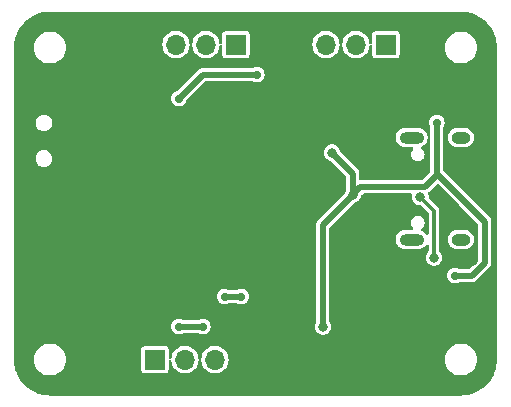
<source format=gbr>
%TF.GenerationSoftware,KiCad,Pcbnew,7.0.7*%
%TF.CreationDate,2023-12-23T18:12:19-05:00*%
%TF.ProjectId,stm32f1,73746d33-3266-4312-9e6b-696361645f70,rev?*%
%TF.SameCoordinates,Original*%
%TF.FileFunction,Copper,L2,Bot*%
%TF.FilePolarity,Positive*%
%FSLAX46Y46*%
G04 Gerber Fmt 4.6, Leading zero omitted, Abs format (unit mm)*
G04 Created by KiCad (PCBNEW 7.0.7) date 2023-12-23 18:12:19*
%MOMM*%
%LPD*%
G01*
G04 APERTURE LIST*
%TA.AperFunction,ComponentPad*%
%ADD10R,1.700000X1.700000*%
%TD*%
%TA.AperFunction,ComponentPad*%
%ADD11O,1.700000X1.700000*%
%TD*%
%TA.AperFunction,ComponentPad*%
%ADD12O,2.100000X1.000000*%
%TD*%
%TA.AperFunction,ComponentPad*%
%ADD13O,1.600000X1.000000*%
%TD*%
%TA.AperFunction,ViaPad*%
%ADD14C,0.800000*%
%TD*%
%TA.AperFunction,ViaPad*%
%ADD15C,0.700000*%
%TD*%
%TA.AperFunction,Conductor*%
%ADD16C,0.500000*%
%TD*%
%TA.AperFunction,Conductor*%
%ADD17C,0.300000*%
%TD*%
G04 APERTURE END LIST*
D10*
%TO.P,J2,1,Pin_1*%
%TO.N,+3.3V*%
X67056000Y-55118000D03*
D11*
%TO.P,J2,2,Pin_2*%
%TO.N,/SWDIO*%
X64516000Y-55118000D03*
%TO.P,J2,3,Pin_3*%
%TO.N,/SWCLK*%
X61976000Y-55118000D03*
%TO.P,J2,4,Pin_4*%
%TO.N,GND*%
X59436000Y-55118000D03*
%TD*%
D10*
%TO.P,J4,1,Pin_1*%
%TO.N,+3.3V*%
X47498000Y-81788000D03*
D11*
%TO.P,J4,2,Pin_2*%
%TO.N,/I2C2_SCL*%
X50038000Y-81788000D03*
%TO.P,J4,3,Pin_3*%
%TO.N,/I2C2_SDA*%
X52578000Y-81788000D03*
%TO.P,J4,4,Pin_4*%
%TO.N,GND*%
X55118000Y-81788000D03*
%TD*%
D10*
%TO.P,J3,1,Pin_1*%
%TO.N,+3.3V*%
X54356000Y-55118000D03*
D11*
%TO.P,J3,2,Pin_2*%
%TO.N,/USART1_TX*%
X51816000Y-55118000D03*
%TO.P,J3,3,Pin_3*%
%TO.N,/USART1_RX*%
X49276000Y-55118000D03*
%TO.P,J3,4,Pin_4*%
%TO.N,GND*%
X46736000Y-55118000D03*
%TD*%
D12*
%TO.P,J1,S1,SHIELD*%
%TO.N,Net-(J1-SHIELD)*%
X69226000Y-71632000D03*
D13*
X73406000Y-71632000D03*
D12*
X69226000Y-62992000D03*
D13*
X73406000Y-62992000D03*
%TD*%
D14*
%TO.N,+3.3V*%
X61722000Y-78994000D03*
D15*
X71374000Y-61722000D03*
X53402500Y-76454000D03*
X56134000Y-57658000D03*
X51562000Y-78994000D03*
X72898000Y-74676000D03*
D14*
X62484000Y-64262000D03*
D15*
X49530000Y-78994000D03*
D14*
X64262000Y-67818000D03*
D15*
X49530000Y-59690000D03*
X54801500Y-76454000D03*
D14*
%TO.N,GND*%
X65786000Y-62230000D03*
X46990000Y-70866000D03*
X53594000Y-73152000D03*
X46228000Y-67310000D03*
D15*
X43688000Y-64008000D03*
D14*
X51689000Y-68072000D03*
D15*
X64262000Y-73914000D03*
D14*
X70993000Y-74930000D03*
X47498000Y-63754000D03*
D15*
X42926000Y-69088000D03*
D14*
X74422000Y-73406000D03*
X61214000Y-65278000D03*
X40386000Y-59690000D03*
X56642000Y-70104000D03*
X46990000Y-74422000D03*
D15*
X64262000Y-72898000D03*
X64008000Y-77597000D03*
X68072000Y-76200000D03*
D14*
X66548000Y-70612000D03*
X46228000Y-65024000D03*
%TO.N,Net-(J1-CC1)*%
X71120000Y-73152000D03*
X69978405Y-68029550D03*
%TD*%
D16*
%TO.N,+3.3V*%
X64262000Y-67818000D02*
X61722000Y-70358000D01*
X71374000Y-66040000D02*
X75438000Y-70104000D01*
X61722000Y-70358000D02*
X61722000Y-78994000D01*
X62484000Y-64262000D02*
X64262000Y-66040000D01*
X51562000Y-57658000D02*
X49530000Y-59690000D01*
X74354082Y-74676000D02*
X72898000Y-74676000D01*
X75438000Y-70104000D02*
X75438000Y-73592082D01*
X64262000Y-66040000D02*
X64262000Y-67818000D01*
X56134000Y-57658000D02*
X51562000Y-57658000D01*
X64900450Y-67179550D02*
X64262000Y-67818000D01*
X53402500Y-76454000D02*
X54801500Y-76454000D01*
X71374000Y-61722000D02*
X71374000Y-66040000D01*
X71374000Y-66148363D02*
X70342813Y-67179550D01*
X70342813Y-67179550D02*
X64900450Y-67179550D01*
X51562000Y-78994000D02*
X49530000Y-78994000D01*
X71374000Y-61722000D02*
X71374000Y-66148363D01*
X75438000Y-73592082D02*
X74354082Y-74676000D01*
D17*
%TO.N,Net-(J1-CC1)*%
X71120000Y-69171145D02*
X69978405Y-68029550D01*
X71120000Y-73152000D02*
X71120000Y-69171145D01*
%TD*%
%TA.AperFunction,Conductor*%
%TO.N,GND*%
G36*
X73407620Y-52324584D02*
G01*
X73539458Y-52331494D01*
X73728228Y-52342095D01*
X73734412Y-52342757D01*
X73823709Y-52356900D01*
X73888521Y-52367166D01*
X74036158Y-52392249D01*
X74054513Y-52395368D01*
X74060168Y-52396603D01*
X74215035Y-52438099D01*
X74304623Y-52463910D01*
X74373084Y-52483634D01*
X74378139Y-52485328D01*
X74529608Y-52543471D01*
X74680233Y-52605863D01*
X74684604Y-52607879D01*
X74830154Y-52682041D01*
X74972272Y-52760587D01*
X74976015Y-52762833D01*
X75113610Y-52852188D01*
X75245869Y-52946031D01*
X75248986Y-52948395D01*
X75375681Y-53050990D01*
X75377934Y-53052908D01*
X75497808Y-53160034D01*
X75500312Y-53162402D01*
X75615596Y-53277686D01*
X75617967Y-53280193D01*
X75725085Y-53400058D01*
X75727024Y-53402336D01*
X75829591Y-53528996D01*
X75831973Y-53532137D01*
X75925814Y-53664392D01*
X76015156Y-53801968D01*
X76017414Y-53805731D01*
X76095963Y-53947854D01*
X76170115Y-54093386D01*
X76172154Y-54097809D01*
X76234538Y-54248418D01*
X76292669Y-54399858D01*
X76294364Y-54404914D01*
X76339907Y-54562990D01*
X76381393Y-54717822D01*
X76382630Y-54723486D01*
X76410833Y-54889478D01*
X76435238Y-55043558D01*
X76435904Y-55049785D01*
X76446509Y-55238625D01*
X76453415Y-55370377D01*
X76453500Y-55373623D01*
X76453500Y-81786376D01*
X76453415Y-81789622D01*
X76446509Y-81921374D01*
X76435904Y-82110213D01*
X76435238Y-82116440D01*
X76410833Y-82270521D01*
X76382630Y-82436512D01*
X76381393Y-82442176D01*
X76339907Y-82597009D01*
X76294364Y-82755084D01*
X76292669Y-82760140D01*
X76234538Y-82911581D01*
X76172154Y-83062189D01*
X76170115Y-83066612D01*
X76095963Y-83212145D01*
X76017416Y-83354264D01*
X76015149Y-83358042D01*
X75925817Y-83495602D01*
X75831973Y-83627861D01*
X75829591Y-83631002D01*
X75727024Y-83757662D01*
X75725070Y-83759958D01*
X75617986Y-83879785D01*
X75615596Y-83882312D01*
X75500312Y-83997596D01*
X75497785Y-83999986D01*
X75377958Y-84107070D01*
X75375662Y-84109024D01*
X75249002Y-84211591D01*
X75245861Y-84213973D01*
X75113602Y-84307817D01*
X74976042Y-84397149D01*
X74972264Y-84399416D01*
X74830145Y-84477963D01*
X74684612Y-84552115D01*
X74680189Y-84554154D01*
X74529581Y-84616538D01*
X74378140Y-84674669D01*
X74373084Y-84676364D01*
X74215009Y-84721907D01*
X74060176Y-84763393D01*
X74054512Y-84764630D01*
X73888521Y-84792833D01*
X73734440Y-84817238D01*
X73728213Y-84817904D01*
X73539374Y-84828509D01*
X73407622Y-84835415D01*
X73404376Y-84835500D01*
X38609624Y-84835500D01*
X38606379Y-84835415D01*
X38474625Y-84828509D01*
X38285785Y-84817904D01*
X38279558Y-84817238D01*
X38125478Y-84792833D01*
X37959486Y-84764630D01*
X37953822Y-84763393D01*
X37798990Y-84721907D01*
X37640914Y-84676364D01*
X37635858Y-84674669D01*
X37484418Y-84616538D01*
X37333809Y-84554154D01*
X37329386Y-84552115D01*
X37183854Y-84477963D01*
X37041734Y-84399416D01*
X37037968Y-84397156D01*
X36900392Y-84307814D01*
X36768137Y-84213973D01*
X36765004Y-84211597D01*
X36638325Y-84109015D01*
X36636058Y-84107085D01*
X36516193Y-83999967D01*
X36513686Y-83997596D01*
X36398402Y-83882312D01*
X36396034Y-83879808D01*
X36288908Y-83759934D01*
X36286990Y-83757681D01*
X36184395Y-83630986D01*
X36182025Y-83627861D01*
X36088188Y-83495610D01*
X35998833Y-83358015D01*
X35996582Y-83354263D01*
X35918036Y-83212145D01*
X35872646Y-83123063D01*
X35843879Y-83066604D01*
X35841863Y-83062233D01*
X35779461Y-82911581D01*
X35721328Y-82760139D01*
X35719634Y-82755084D01*
X35692066Y-82659395D01*
X35674099Y-82597035D01*
X35632603Y-82442168D01*
X35631368Y-82436511D01*
X35603166Y-82270521D01*
X35592849Y-82205389D01*
X35578757Y-82116412D01*
X35578095Y-82110228D01*
X35567489Y-81921361D01*
X35564885Y-81871681D01*
X35560584Y-81789621D01*
X35560542Y-81788000D01*
X37252341Y-81788000D01*
X37272936Y-82023403D01*
X37272938Y-82023413D01*
X37334094Y-82251655D01*
X37334096Y-82251659D01*
X37334097Y-82251663D01*
X37342891Y-82270521D01*
X37433964Y-82465828D01*
X37433965Y-82465830D01*
X37569505Y-82659402D01*
X37736597Y-82826494D01*
X37930169Y-82962034D01*
X37930171Y-82962035D01*
X38144337Y-83061903D01*
X38144343Y-83061904D01*
X38144344Y-83061905D01*
X38161911Y-83066612D01*
X38372592Y-83123063D01*
X38549034Y-83138500D01*
X38666966Y-83138500D01*
X38843408Y-83123063D01*
X39071663Y-83061903D01*
X39285829Y-82962035D01*
X39479401Y-82826495D01*
X39623040Y-82682856D01*
X46347500Y-82682856D01*
X46347502Y-82682882D01*
X46350413Y-82707987D01*
X46350415Y-82707991D01*
X46395793Y-82810764D01*
X46395794Y-82810765D01*
X46475235Y-82890206D01*
X46578009Y-82935585D01*
X46603135Y-82938500D01*
X48392864Y-82938499D01*
X48392879Y-82938497D01*
X48392882Y-82938497D01*
X48417987Y-82935586D01*
X48417988Y-82935585D01*
X48417991Y-82935585D01*
X48520765Y-82890206D01*
X48600206Y-82810765D01*
X48645585Y-82707991D01*
X48648500Y-82682865D01*
X48648499Y-81944046D01*
X48668183Y-81877009D01*
X48720987Y-81831254D01*
X48790146Y-81821310D01*
X48853702Y-81850335D01*
X48891476Y-81909113D01*
X48895970Y-81932606D01*
X48902244Y-82000310D01*
X48960596Y-82205392D01*
X48960596Y-82205394D01*
X49055632Y-82396253D01*
X49108174Y-82465829D01*
X49184128Y-82566407D01*
X49341698Y-82710052D01*
X49522981Y-82822298D01*
X49721802Y-82899321D01*
X49931390Y-82938500D01*
X49931392Y-82938500D01*
X50144608Y-82938500D01*
X50144610Y-82938500D01*
X50354198Y-82899321D01*
X50553019Y-82822298D01*
X50734302Y-82710052D01*
X50891872Y-82566407D01*
X51020366Y-82396255D01*
X51020367Y-82396253D01*
X51115403Y-82205394D01*
X51115403Y-82205393D01*
X51115405Y-82205389D01*
X51173756Y-82000310D01*
X51184529Y-81884047D01*
X51210315Y-81819111D01*
X51252622Y-81788804D01*
X51361130Y-81788804D01*
X51397503Y-81809668D01*
X51429693Y-81871681D01*
X51431471Y-81884048D01*
X51442244Y-82000310D01*
X51500596Y-82205392D01*
X51500596Y-82205394D01*
X51595632Y-82396253D01*
X51648174Y-82465829D01*
X51724128Y-82566407D01*
X51881698Y-82710052D01*
X52062981Y-82822298D01*
X52261802Y-82899321D01*
X52471390Y-82938500D01*
X52471392Y-82938500D01*
X52684608Y-82938500D01*
X52684610Y-82938500D01*
X52894198Y-82899321D01*
X53093019Y-82822298D01*
X53274302Y-82710052D01*
X53431872Y-82566407D01*
X53560366Y-82396255D01*
X53560367Y-82396253D01*
X53655403Y-82205394D01*
X53655403Y-82205393D01*
X53655405Y-82205389D01*
X53713756Y-82000310D01*
X53733429Y-81788000D01*
X72050341Y-81788000D01*
X72070936Y-82023403D01*
X72070938Y-82023413D01*
X72132094Y-82251655D01*
X72132096Y-82251659D01*
X72132097Y-82251663D01*
X72140891Y-82270521D01*
X72231964Y-82465828D01*
X72231965Y-82465830D01*
X72367505Y-82659402D01*
X72534597Y-82826494D01*
X72728169Y-82962034D01*
X72728171Y-82962035D01*
X72942337Y-83061903D01*
X72942343Y-83061904D01*
X72942344Y-83061905D01*
X72959911Y-83066612D01*
X73170592Y-83123063D01*
X73347034Y-83138500D01*
X73464966Y-83138500D01*
X73641408Y-83123063D01*
X73869663Y-83061903D01*
X74083829Y-82962035D01*
X74277401Y-82826495D01*
X74444495Y-82659401D01*
X74580035Y-82465830D01*
X74679903Y-82251663D01*
X74741063Y-82023408D01*
X74761659Y-81788000D01*
X74761588Y-81787194D01*
X74743084Y-81575690D01*
X74741063Y-81552592D01*
X74679903Y-81324337D01*
X74580035Y-81110171D01*
X74580034Y-81110169D01*
X74444494Y-80916597D01*
X74277402Y-80749505D01*
X74083830Y-80613965D01*
X74083828Y-80613964D01*
X73976745Y-80564030D01*
X73869663Y-80514097D01*
X73869659Y-80514096D01*
X73869655Y-80514094D01*
X73641413Y-80452938D01*
X73641403Y-80452936D01*
X73464966Y-80437500D01*
X73347034Y-80437500D01*
X73170596Y-80452936D01*
X73170586Y-80452938D01*
X72942344Y-80514094D01*
X72942335Y-80514098D01*
X72728171Y-80613964D01*
X72728169Y-80613965D01*
X72534597Y-80749505D01*
X72367506Y-80916597D01*
X72367501Y-80916604D01*
X72231967Y-81110165D01*
X72231965Y-81110169D01*
X72132098Y-81324335D01*
X72132094Y-81324344D01*
X72070938Y-81552586D01*
X72070936Y-81552596D01*
X72050341Y-81787999D01*
X72050341Y-81788000D01*
X53733429Y-81788000D01*
X53713756Y-81575690D01*
X53655405Y-81370611D01*
X53655403Y-81370606D01*
X53655403Y-81370605D01*
X53560367Y-81179746D01*
X53431872Y-81009593D01*
X53274302Y-80865948D01*
X53093019Y-80753702D01*
X53093017Y-80753701D01*
X52993608Y-80715190D01*
X52894198Y-80676679D01*
X52684610Y-80637500D01*
X52471390Y-80637500D01*
X52261802Y-80676679D01*
X52261799Y-80676679D01*
X52261799Y-80676680D01*
X52062982Y-80753701D01*
X52062980Y-80753702D01*
X51881699Y-80865947D01*
X51724127Y-81009593D01*
X51595632Y-81179746D01*
X51500596Y-81370605D01*
X51500596Y-81370607D01*
X51442244Y-81575689D01*
X51431471Y-81691951D01*
X51405685Y-81756888D01*
X51361130Y-81788804D01*
X51252622Y-81788804D01*
X51254869Y-81787194D01*
X51218497Y-81766331D01*
X51186307Y-81704318D01*
X51184529Y-81691951D01*
X51181175Y-81655759D01*
X51173756Y-81575690D01*
X51115405Y-81370611D01*
X51115403Y-81370606D01*
X51115403Y-81370605D01*
X51020367Y-81179746D01*
X50891872Y-81009593D01*
X50734302Y-80865948D01*
X50553019Y-80753702D01*
X50553017Y-80753701D01*
X50453608Y-80715190D01*
X50354198Y-80676679D01*
X50144610Y-80637500D01*
X49931390Y-80637500D01*
X49721802Y-80676679D01*
X49721799Y-80676679D01*
X49721799Y-80676680D01*
X49522982Y-80753701D01*
X49522980Y-80753702D01*
X49341699Y-80865947D01*
X49184127Y-81009593D01*
X49055632Y-81179746D01*
X48960596Y-81370605D01*
X48960596Y-81370607D01*
X48902244Y-81575689D01*
X48895970Y-81643394D01*
X48870183Y-81708331D01*
X48813383Y-81749018D01*
X48743602Y-81752538D01*
X48682995Y-81717772D01*
X48650806Y-81655759D01*
X48648499Y-81631952D01*
X48648499Y-80893143D01*
X48648499Y-80893136D01*
X48648497Y-80893117D01*
X48645586Y-80868012D01*
X48645585Y-80868010D01*
X48645585Y-80868009D01*
X48600206Y-80765235D01*
X48520765Y-80685794D01*
X48500124Y-80676680D01*
X48417992Y-80640415D01*
X48392865Y-80637500D01*
X46603143Y-80637500D01*
X46603117Y-80637502D01*
X46578012Y-80640413D01*
X46578008Y-80640415D01*
X46475235Y-80685793D01*
X46395794Y-80765234D01*
X46350415Y-80868006D01*
X46350415Y-80868008D01*
X46347500Y-80893131D01*
X46347500Y-82682856D01*
X39623040Y-82682856D01*
X39646495Y-82659401D01*
X39782035Y-82465830D01*
X39881903Y-82251663D01*
X39943063Y-82023408D01*
X39963659Y-81788000D01*
X39963588Y-81787194D01*
X39945084Y-81575690D01*
X39943063Y-81552592D01*
X39881903Y-81324337D01*
X39782035Y-81110171D01*
X39782034Y-81110169D01*
X39646494Y-80916597D01*
X39479402Y-80749505D01*
X39285830Y-80613965D01*
X39285828Y-80613964D01*
X39178745Y-80564030D01*
X39071663Y-80514097D01*
X39071659Y-80514096D01*
X39071655Y-80514094D01*
X38843413Y-80452938D01*
X38843403Y-80452936D01*
X38666966Y-80437500D01*
X38549034Y-80437500D01*
X38372596Y-80452936D01*
X38372586Y-80452938D01*
X38144344Y-80514094D01*
X38144335Y-80514098D01*
X37930171Y-80613964D01*
X37930169Y-80613965D01*
X37736597Y-80749505D01*
X37569506Y-80916597D01*
X37569501Y-80916604D01*
X37433967Y-81110165D01*
X37433965Y-81110169D01*
X37334098Y-81324335D01*
X37334094Y-81324344D01*
X37272938Y-81552586D01*
X37272936Y-81552596D01*
X37252341Y-81787999D01*
X37252341Y-81788000D01*
X35560542Y-81788000D01*
X35560500Y-81786376D01*
X35560500Y-78994000D01*
X48874722Y-78994000D01*
X48893762Y-79150818D01*
X48949780Y-79298523D01*
X49039517Y-79428530D01*
X49157760Y-79533283D01*
X49157762Y-79533284D01*
X49297634Y-79606696D01*
X49451014Y-79644500D01*
X49451015Y-79644500D01*
X49608985Y-79644500D01*
X49762365Y-79606696D01*
X49853805Y-79558703D01*
X49911431Y-79544500D01*
X51180569Y-79544500D01*
X51238194Y-79558703D01*
X51329635Y-79606696D01*
X51406325Y-79625597D01*
X51483014Y-79644500D01*
X51483015Y-79644500D01*
X51640985Y-79644500D01*
X51794365Y-79606696D01*
X51934240Y-79533283D01*
X52052483Y-79428530D01*
X52142220Y-79298523D01*
X52198237Y-79150818D01*
X52217278Y-78994000D01*
X52217278Y-78993999D01*
X61016355Y-78993999D01*
X61036859Y-79162869D01*
X61036860Y-79162874D01*
X61097182Y-79321931D01*
X61159475Y-79412177D01*
X61193817Y-79461929D01*
X61287021Y-79544500D01*
X61321150Y-79574736D01*
X61471773Y-79653789D01*
X61471775Y-79653790D01*
X61636944Y-79694500D01*
X61807056Y-79694500D01*
X61972225Y-79653790D01*
X62061954Y-79606696D01*
X62122849Y-79574736D01*
X62122850Y-79574734D01*
X62122852Y-79574734D01*
X62250183Y-79461929D01*
X62346818Y-79321930D01*
X62407140Y-79162872D01*
X62427645Y-78994000D01*
X62407140Y-78825128D01*
X62346818Y-78666070D01*
X62346816Y-78666068D01*
X62346816Y-78666066D01*
X62346815Y-78666065D01*
X62294450Y-78590202D01*
X62272566Y-78523848D01*
X62272499Y-78519761D01*
X62272499Y-74675999D01*
X62272499Y-70637382D01*
X62292184Y-70570347D01*
X62308813Y-70549710D01*
X64313282Y-68545241D01*
X64371284Y-68512528D01*
X64512225Y-68477790D01*
X64512225Y-68477789D01*
X64662849Y-68398736D01*
X64662850Y-68398734D01*
X64662852Y-68398734D01*
X64790183Y-68285929D01*
X64886818Y-68145930D01*
X64947140Y-67986872D01*
X64952414Y-67943429D01*
X64980034Y-67879252D01*
X64987817Y-67870706D01*
X65092156Y-67766368D01*
X65153480Y-67732884D01*
X65179837Y-67730050D01*
X69169159Y-67730050D01*
X69236198Y-67749735D01*
X69281953Y-67802539D01*
X69292255Y-67868997D01*
X69272760Y-68029550D01*
X69293264Y-68198419D01*
X69293265Y-68198424D01*
X69353587Y-68357481D01*
X69382064Y-68398736D01*
X69450222Y-68497479D01*
X69504137Y-68545243D01*
X69577555Y-68610286D01*
X69728178Y-68689339D01*
X69728180Y-68689340D01*
X69893349Y-68730050D01*
X69990439Y-68730050D01*
X70057478Y-68749735D01*
X70078120Y-68766369D01*
X70633181Y-69321429D01*
X70666666Y-69382752D01*
X70669500Y-69409110D01*
X70669500Y-71118974D01*
X70649815Y-71186013D01*
X70597011Y-71231768D01*
X70527853Y-71241712D01*
X70464297Y-71212687D01*
X70440507Y-71184947D01*
X70405817Y-71129740D01*
X70405815Y-71129737D01*
X70278262Y-71002184D01*
X70125520Y-70906209D01*
X70107226Y-70899808D01*
X70050451Y-70859086D01*
X70024704Y-70794133D01*
X70038161Y-70725571D01*
X70072693Y-70684394D01*
X70166451Y-70612451D01*
X70258698Y-70492233D01*
X70316687Y-70352236D01*
X70336466Y-70202000D01*
X70334261Y-70185255D01*
X70316687Y-70051765D01*
X70316687Y-70051764D01*
X70258698Y-69911767D01*
X70166451Y-69791549D01*
X70046233Y-69699302D01*
X70046229Y-69699300D01*
X69982801Y-69673027D01*
X69906236Y-69641313D01*
X69892171Y-69639461D01*
X69793727Y-69626500D01*
X69793720Y-69626500D01*
X69718280Y-69626500D01*
X69718272Y-69626500D01*
X69605764Y-69641313D01*
X69605763Y-69641313D01*
X69465770Y-69699300D01*
X69465767Y-69699301D01*
X69465767Y-69699302D01*
X69345549Y-69791549D01*
X69296188Y-69855878D01*
X69253300Y-69911770D01*
X69195313Y-70051763D01*
X69195312Y-70051765D01*
X69175534Y-70201999D01*
X69175534Y-70202000D01*
X69195312Y-70352234D01*
X69195313Y-70352236D01*
X69217215Y-70405113D01*
X69253302Y-70492233D01*
X69345549Y-70612451D01*
X69345551Y-70612452D01*
X69345553Y-70612455D01*
X69351296Y-70618198D01*
X69349297Y-70620196D01*
X69382413Y-70665539D01*
X69386575Y-70735285D01*
X69352369Y-70796209D01*
X69290655Y-70828969D01*
X69265728Y-70831500D01*
X68631039Y-70831500D01*
X68496750Y-70846630D01*
X68496745Y-70846631D01*
X68326476Y-70906211D01*
X68173737Y-71002184D01*
X68046184Y-71129737D01*
X67950211Y-71282476D01*
X67890631Y-71452745D01*
X67890630Y-71452750D01*
X67870435Y-71631996D01*
X67870435Y-71632003D01*
X67890630Y-71811249D01*
X67890631Y-71811254D01*
X67950211Y-71981523D01*
X67982407Y-72032762D01*
X68046184Y-72134262D01*
X68173738Y-72261816D01*
X68326478Y-72357789D01*
X68496745Y-72417368D01*
X68496750Y-72417369D01*
X68587246Y-72427565D01*
X68631040Y-72432499D01*
X68631043Y-72432500D01*
X68631046Y-72432500D01*
X69820957Y-72432500D01*
X69820958Y-72432499D01*
X69888104Y-72424934D01*
X69955249Y-72417369D01*
X69955252Y-72417368D01*
X69955255Y-72417368D01*
X70125522Y-72357789D01*
X70278262Y-72261816D01*
X70405816Y-72134262D01*
X70440506Y-72079052D01*
X70492841Y-72032762D01*
X70561894Y-72022114D01*
X70625743Y-72050489D01*
X70664115Y-72108879D01*
X70669500Y-72145025D01*
X70669500Y-72559442D01*
X70649815Y-72626481D01*
X70627727Y-72652257D01*
X70591818Y-72684069D01*
X70495182Y-72824068D01*
X70434860Y-72983125D01*
X70434859Y-72983130D01*
X70414355Y-73152000D01*
X70434859Y-73320869D01*
X70434860Y-73320874D01*
X70495182Y-73479931D01*
X70540075Y-73544968D01*
X70591817Y-73619929D01*
X70697505Y-73713560D01*
X70719150Y-73732736D01*
X70869773Y-73811789D01*
X70869775Y-73811790D01*
X71034944Y-73852500D01*
X71205056Y-73852500D01*
X71370225Y-73811790D01*
X71459729Y-73764814D01*
X71520849Y-73732736D01*
X71520850Y-73732734D01*
X71520852Y-73732734D01*
X71648183Y-73619929D01*
X71744818Y-73479930D01*
X71805140Y-73320872D01*
X71825645Y-73152000D01*
X71805140Y-72983128D01*
X71744818Y-72824070D01*
X71648183Y-72684071D01*
X71648181Y-72684069D01*
X71612273Y-72652257D01*
X71575146Y-72593068D01*
X71570500Y-72559442D01*
X71570500Y-71632003D01*
X72300435Y-71632003D01*
X72320630Y-71811249D01*
X72320631Y-71811254D01*
X72380211Y-71981523D01*
X72412407Y-72032762D01*
X72476184Y-72134262D01*
X72603738Y-72261816D01*
X72756478Y-72357789D01*
X72926745Y-72417368D01*
X72926750Y-72417369D01*
X73017246Y-72427565D01*
X73061040Y-72432499D01*
X73061043Y-72432500D01*
X73061046Y-72432500D01*
X73750957Y-72432500D01*
X73750958Y-72432499D01*
X73818104Y-72424934D01*
X73885249Y-72417369D01*
X73885252Y-72417368D01*
X73885255Y-72417368D01*
X74055522Y-72357789D01*
X74208262Y-72261816D01*
X74335816Y-72134262D01*
X74431789Y-71981522D01*
X74491368Y-71811255D01*
X74511565Y-71632000D01*
X74491368Y-71452745D01*
X74431789Y-71282478D01*
X74335816Y-71129738D01*
X74208262Y-71002184D01*
X74208261Y-71002183D01*
X74055523Y-70906211D01*
X73885254Y-70846631D01*
X73885249Y-70846630D01*
X73750960Y-70831500D01*
X73750954Y-70831500D01*
X73061046Y-70831500D01*
X73061039Y-70831500D01*
X72926750Y-70846630D01*
X72926745Y-70846631D01*
X72756476Y-70906211D01*
X72603737Y-71002184D01*
X72476184Y-71129737D01*
X72380211Y-71282476D01*
X72320631Y-71452745D01*
X72320630Y-71452750D01*
X72300435Y-71631996D01*
X72300435Y-71632003D01*
X71570500Y-71632003D01*
X71570500Y-69199927D01*
X71570889Y-69192988D01*
X71575270Y-69154110D01*
X71564211Y-69095665D01*
X71555348Y-69036858D01*
X71555347Y-69036856D01*
X71552836Y-69028716D01*
X71550024Y-69020678D01*
X71550023Y-69020673D01*
X71522226Y-68968081D01*
X71496425Y-68914503D01*
X71496422Y-68914500D01*
X71496421Y-68914497D01*
X71491642Y-68907487D01*
X71486568Y-68900614D01*
X71486565Y-68900607D01*
X71444516Y-68858558D01*
X71404055Y-68814951D01*
X71396792Y-68809159D01*
X71397312Y-68808506D01*
X71385067Y-68799109D01*
X70719321Y-68133363D01*
X70685836Y-68072040D01*
X70684201Y-68037052D01*
X70684050Y-68037052D01*
X70684050Y-68033815D01*
X70683906Y-68030734D01*
X70684050Y-68029550D01*
X70663545Y-67860678D01*
X70629510Y-67770936D01*
X70624144Y-67701275D01*
X70657291Y-67639769D01*
X70672420Y-67628237D01*
X70671815Y-67627439D01*
X70678565Y-67622319D01*
X70678572Y-67622316D01*
X70709872Y-67591014D01*
X70714584Y-67586761D01*
X70748921Y-67558828D01*
X70759269Y-67544166D01*
X70772887Y-67527999D01*
X71340502Y-66960384D01*
X71401823Y-66926901D01*
X71471515Y-66931885D01*
X71515859Y-66960384D01*
X73244814Y-68689339D01*
X74851181Y-70295706D01*
X74884666Y-70357029D01*
X74887500Y-70383387D01*
X74887500Y-73312695D01*
X74867815Y-73379734D01*
X74851181Y-73400376D01*
X74162376Y-74089181D01*
X74101053Y-74122666D01*
X74074695Y-74125500D01*
X73279431Y-74125500D01*
X73221805Y-74111296D01*
X73130365Y-74063304D01*
X73130364Y-74063303D01*
X73130363Y-74063303D01*
X72976986Y-74025500D01*
X72976985Y-74025500D01*
X72819015Y-74025500D01*
X72819014Y-74025500D01*
X72665634Y-74063303D01*
X72525762Y-74136715D01*
X72407516Y-74241471D01*
X72317781Y-74371475D01*
X72317780Y-74371476D01*
X72261762Y-74519181D01*
X72242722Y-74675999D01*
X72242722Y-74676000D01*
X72261762Y-74832818D01*
X72317780Y-74980523D01*
X72407517Y-75110530D01*
X72525760Y-75215283D01*
X72530041Y-75217530D01*
X72665634Y-75288696D01*
X72819014Y-75326500D01*
X72819015Y-75326500D01*
X72976985Y-75326500D01*
X73130365Y-75288696D01*
X73221805Y-75240703D01*
X73279431Y-75226500D01*
X74344685Y-75226500D01*
X74410908Y-75228762D01*
X74453914Y-75218280D01*
X74460133Y-75217098D01*
X74504002Y-75211070D01*
X74520465Y-75203918D01*
X74540498Y-75197181D01*
X74557934Y-75192933D01*
X74596547Y-75171221D01*
X74602172Y-75168427D01*
X74642802Y-75150780D01*
X74656714Y-75139460D01*
X74674205Y-75127557D01*
X74689837Y-75118768D01*
X74689835Y-75118768D01*
X74689841Y-75118766D01*
X74721141Y-75087464D01*
X74725853Y-75083211D01*
X74760190Y-75055278D01*
X74770538Y-75040616D01*
X74784156Y-75024449D01*
X75820618Y-73987988D01*
X75869044Y-73942762D01*
X75892049Y-73904929D01*
X75895606Y-73899704D01*
X75922361Y-73864424D01*
X75928943Y-73847730D01*
X75938344Y-73828801D01*
X75947672Y-73813464D01*
X75959619Y-73770821D01*
X75961632Y-73764835D01*
X75977876Y-73723646D01*
X75979711Y-73705798D01*
X75983658Y-73685026D01*
X75988500Y-73667747D01*
X75988500Y-73623487D01*
X75988825Y-73617142D01*
X75993352Y-73573110D01*
X75990303Y-73555425D01*
X75988500Y-73534357D01*
X75988500Y-70113397D01*
X75989447Y-70085658D01*
X75990762Y-70047174D01*
X75990182Y-70044795D01*
X75980283Y-70004174D01*
X75979096Y-69997931D01*
X75973070Y-69954082D01*
X75973070Y-69954080D01*
X75965921Y-69937622D01*
X75959180Y-69917578D01*
X75954933Y-69900148D01*
X75933238Y-69861564D01*
X75930414Y-69855878D01*
X75912780Y-69815280D01*
X75912780Y-69815279D01*
X75901458Y-69801363D01*
X75889557Y-69783876D01*
X75880768Y-69768244D01*
X75880767Y-69768243D01*
X75880766Y-69768241D01*
X75849456Y-69736931D01*
X75845210Y-69732225D01*
X75818423Y-69699300D01*
X75817278Y-69697892D01*
X75802612Y-69687539D01*
X75786445Y-69673920D01*
X71960819Y-65848293D01*
X71927334Y-65786970D01*
X71924500Y-65760612D01*
X71924500Y-62992003D01*
X72300435Y-62992003D01*
X72320630Y-63171249D01*
X72320631Y-63171254D01*
X72380211Y-63341523D01*
X72476183Y-63494261D01*
X72476184Y-63494262D01*
X72603738Y-63621816D01*
X72756478Y-63717789D01*
X72926744Y-63777368D01*
X72926745Y-63777368D01*
X72926750Y-63777369D01*
X73017246Y-63787565D01*
X73061040Y-63792499D01*
X73061043Y-63792500D01*
X73061046Y-63792500D01*
X73750957Y-63792500D01*
X73750958Y-63792499D01*
X73818104Y-63784934D01*
X73885249Y-63777369D01*
X73885252Y-63777368D01*
X73885255Y-63777368D01*
X74055522Y-63717789D01*
X74208262Y-63621816D01*
X74335816Y-63494262D01*
X74431789Y-63341522D01*
X74491368Y-63171255D01*
X74491369Y-63171249D01*
X74511565Y-62992003D01*
X74511565Y-62991996D01*
X74491369Y-62812750D01*
X74491368Y-62812745D01*
X74431788Y-62642476D01*
X74335815Y-62489737D01*
X74208262Y-62362184D01*
X74055523Y-62266211D01*
X73885254Y-62206631D01*
X73885249Y-62206630D01*
X73750960Y-62191500D01*
X73750954Y-62191500D01*
X73061046Y-62191500D01*
X73061039Y-62191500D01*
X72926750Y-62206630D01*
X72926745Y-62206631D01*
X72756476Y-62266211D01*
X72603737Y-62362184D01*
X72476184Y-62489737D01*
X72380211Y-62642476D01*
X72320631Y-62812745D01*
X72320630Y-62812750D01*
X72300435Y-62991996D01*
X72300435Y-62992003D01*
X71924500Y-62992003D01*
X71924500Y-62108219D01*
X71944185Y-62041180D01*
X71946434Y-62037802D01*
X71954220Y-62026523D01*
X72010237Y-61878818D01*
X72029278Y-61722000D01*
X72010237Y-61565182D01*
X71993016Y-61519775D01*
X71988992Y-61509164D01*
X71954220Y-61417477D01*
X71864483Y-61287470D01*
X71746240Y-61182717D01*
X71746238Y-61182716D01*
X71746237Y-61182715D01*
X71606365Y-61109303D01*
X71452986Y-61071500D01*
X71452985Y-61071500D01*
X71295015Y-61071500D01*
X71295014Y-61071500D01*
X71141634Y-61109303D01*
X71001762Y-61182715D01*
X70883516Y-61287471D01*
X70793781Y-61417475D01*
X70793780Y-61417476D01*
X70737762Y-61565181D01*
X70718722Y-61721999D01*
X70718722Y-61722000D01*
X70737762Y-61878818D01*
X70791391Y-62020225D01*
X70793780Y-62026523D01*
X70801548Y-62037777D01*
X70823433Y-62104130D01*
X70823500Y-62108219D01*
X70823500Y-62931206D01*
X70804351Y-62996417D01*
X70821640Y-63031399D01*
X70823500Y-63052793D01*
X70823500Y-65868976D01*
X70803815Y-65936015D01*
X70787181Y-65956657D01*
X70151107Y-66592731D01*
X70089784Y-66626216D01*
X70063426Y-66629050D01*
X64936500Y-66629050D01*
X64869461Y-66609365D01*
X64823706Y-66556561D01*
X64812500Y-66505050D01*
X64812500Y-66049414D01*
X64812572Y-66047295D01*
X64814763Y-65983174D01*
X64808300Y-65956657D01*
X64804281Y-65940163D01*
X64803094Y-65933918D01*
X64797070Y-65890081D01*
X64789920Y-65873620D01*
X64783181Y-65853583D01*
X64778933Y-65836148D01*
X64757234Y-65797556D01*
X64754414Y-65791878D01*
X64752282Y-65786970D01*
X64736780Y-65751280D01*
X64736780Y-65751279D01*
X64725458Y-65737363D01*
X64713557Y-65719876D01*
X64704768Y-65704244D01*
X64704767Y-65704243D01*
X64704766Y-65704241D01*
X64673456Y-65672931D01*
X64669210Y-65668225D01*
X64661812Y-65659132D01*
X64641278Y-65633892D01*
X64626612Y-65623539D01*
X64610445Y-65609920D01*
X63209829Y-64209304D01*
X63176344Y-64147981D01*
X63174414Y-64136568D01*
X63169140Y-64093128D01*
X63166004Y-64084860D01*
X63147231Y-64035358D01*
X63108818Y-63934070D01*
X63098624Y-63919302D01*
X63024686Y-63812185D01*
X63012183Y-63794071D01*
X62884852Y-63681266D01*
X62884849Y-63681263D01*
X62734226Y-63602210D01*
X62569056Y-63561500D01*
X62398944Y-63561500D01*
X62233773Y-63602210D01*
X62083150Y-63681263D01*
X62002726Y-63752513D01*
X61957592Y-63792499D01*
X61955816Y-63794072D01*
X61859182Y-63934068D01*
X61798860Y-64093125D01*
X61798859Y-64093130D01*
X61778355Y-64261999D01*
X61778355Y-64262000D01*
X61779541Y-64271764D01*
X61798859Y-64430869D01*
X61798860Y-64430874D01*
X61859182Y-64589931D01*
X61921475Y-64680177D01*
X61955817Y-64729929D01*
X62061505Y-64823560D01*
X62083150Y-64842736D01*
X62233774Y-64921790D01*
X62233773Y-64921790D01*
X62337689Y-64947402D01*
X62374711Y-64956527D01*
X62432718Y-64989243D01*
X63675180Y-66231705D01*
X63708665Y-66293028D01*
X63711499Y-66319386D01*
X63711499Y-67343761D01*
X63691814Y-67410800D01*
X63689550Y-67414200D01*
X63637182Y-67490069D01*
X63576860Y-67649124D01*
X63576859Y-67649129D01*
X63571584Y-67692573D01*
X63543961Y-67756750D01*
X63536169Y-67765305D01*
X61339382Y-69962092D01*
X61290957Y-70007317D01*
X61267956Y-70045139D01*
X61264384Y-70050388D01*
X61237639Y-70085658D01*
X61237636Y-70085663D01*
X61231055Y-70102352D01*
X61221653Y-70121283D01*
X61212327Y-70136619D01*
X61200385Y-70179237D01*
X61198362Y-70185255D01*
X61182122Y-70226440D01*
X61180288Y-70244284D01*
X61176342Y-70265048D01*
X61171501Y-70282328D01*
X61171500Y-70282337D01*
X61171500Y-70326593D01*
X61171175Y-70332938D01*
X61166648Y-70376968D01*
X61166648Y-70376975D01*
X61169697Y-70394661D01*
X61171499Y-70415723D01*
X61171499Y-78519763D01*
X61151814Y-78586802D01*
X61149559Y-78590186D01*
X61149550Y-78590202D01*
X61149549Y-78590203D01*
X61097183Y-78666068D01*
X61097182Y-78666068D01*
X61036860Y-78825125D01*
X61036859Y-78825130D01*
X61016355Y-78993999D01*
X52217278Y-78993999D01*
X52198237Y-78837182D01*
X52193666Y-78825130D01*
X52176992Y-78781163D01*
X52142220Y-78689477D01*
X52052483Y-78559470D01*
X51934240Y-78454717D01*
X51934238Y-78454716D01*
X51934237Y-78454715D01*
X51794365Y-78381303D01*
X51640986Y-78343500D01*
X51640985Y-78343500D01*
X51483015Y-78343500D01*
X51483014Y-78343500D01*
X51329636Y-78381303D01*
X51283763Y-78405379D01*
X51238194Y-78429296D01*
X51180569Y-78443500D01*
X49911431Y-78443500D01*
X49853805Y-78429296D01*
X49762365Y-78381304D01*
X49762364Y-78381303D01*
X49762363Y-78381303D01*
X49608986Y-78343500D01*
X49608985Y-78343500D01*
X49451015Y-78343500D01*
X49451014Y-78343500D01*
X49297634Y-78381303D01*
X49157762Y-78454715D01*
X49039516Y-78559471D01*
X48949781Y-78689475D01*
X48949780Y-78689476D01*
X48893762Y-78837181D01*
X48874722Y-78993999D01*
X48874722Y-78994000D01*
X35560500Y-78994000D01*
X35560500Y-76454000D01*
X52747222Y-76454000D01*
X52766262Y-76610818D01*
X52822279Y-76758523D01*
X52822280Y-76758523D01*
X52912017Y-76888530D01*
X53030260Y-76993283D01*
X53030262Y-76993284D01*
X53170134Y-77066696D01*
X53323514Y-77104500D01*
X53323515Y-77104500D01*
X53481485Y-77104500D01*
X53634865Y-77066696D01*
X53726305Y-77018703D01*
X53783931Y-77004500D01*
X54420069Y-77004500D01*
X54477694Y-77018703D01*
X54569135Y-77066696D01*
X54645825Y-77085597D01*
X54722514Y-77104500D01*
X54722515Y-77104500D01*
X54880485Y-77104500D01*
X55033865Y-77066696D01*
X55033864Y-77066696D01*
X55173740Y-76993283D01*
X55291983Y-76888530D01*
X55381720Y-76758523D01*
X55437737Y-76610818D01*
X55456778Y-76454000D01*
X55437737Y-76297182D01*
X55381720Y-76149477D01*
X55291983Y-76019470D01*
X55173740Y-75914717D01*
X55173738Y-75914716D01*
X55173737Y-75914715D01*
X55033865Y-75841303D01*
X54880486Y-75803500D01*
X54880485Y-75803500D01*
X54722515Y-75803500D01*
X54722514Y-75803500D01*
X54569136Y-75841303D01*
X54523263Y-75865379D01*
X54477694Y-75889296D01*
X54420069Y-75903500D01*
X53783931Y-75903500D01*
X53726305Y-75889296D01*
X53634865Y-75841304D01*
X53634864Y-75841303D01*
X53634863Y-75841303D01*
X53481486Y-75803500D01*
X53481485Y-75803500D01*
X53323515Y-75803500D01*
X53323514Y-75803500D01*
X53170134Y-75841303D01*
X53030262Y-75914715D01*
X52912016Y-76019471D01*
X52822281Y-76149475D01*
X52822280Y-76149476D01*
X52766262Y-76297181D01*
X52747222Y-76453999D01*
X52747222Y-76454000D01*
X35560500Y-76454000D01*
X35560500Y-64855055D01*
X37399499Y-64855055D01*
X37440210Y-65020226D01*
X37519263Y-65170849D01*
X37519266Y-65170852D01*
X37632071Y-65298183D01*
X37722318Y-65360476D01*
X37772068Y-65394817D01*
X37772069Y-65394817D01*
X37772070Y-65394818D01*
X37931128Y-65455140D01*
X38007028Y-65464356D01*
X38057626Y-65470500D01*
X38057628Y-65470500D01*
X38142374Y-65470500D01*
X38184538Y-65465380D01*
X38268872Y-65455140D01*
X38427930Y-65394818D01*
X38567929Y-65298183D01*
X38680734Y-65170852D01*
X38759790Y-65020225D01*
X38800500Y-64855056D01*
X38800500Y-64684944D01*
X38759790Y-64519775D01*
X38713130Y-64430872D01*
X38680736Y-64369150D01*
X38661560Y-64347505D01*
X38567929Y-64241817D01*
X38476992Y-64179047D01*
X38427931Y-64145182D01*
X38268874Y-64084860D01*
X38268868Y-64084859D01*
X38142374Y-64069500D01*
X38142372Y-64069500D01*
X38057628Y-64069500D01*
X38057626Y-64069500D01*
X37931131Y-64084859D01*
X37931125Y-64084860D01*
X37772068Y-64145182D01*
X37632072Y-64241816D01*
X37519263Y-64369150D01*
X37440210Y-64519773D01*
X37399499Y-64684944D01*
X37399499Y-64855055D01*
X35560500Y-64855055D01*
X35560500Y-62992003D01*
X67870435Y-62992003D01*
X67890630Y-63171249D01*
X67890631Y-63171254D01*
X67950211Y-63341523D01*
X68046183Y-63494261D01*
X68046184Y-63494262D01*
X68173738Y-63621816D01*
X68326478Y-63717789D01*
X68496745Y-63777368D01*
X68496750Y-63777369D01*
X68587246Y-63787565D01*
X68631040Y-63792499D01*
X68631043Y-63792500D01*
X69265728Y-63792500D01*
X69332767Y-63812185D01*
X69378522Y-63864989D01*
X69388466Y-63934147D01*
X69359441Y-63997703D01*
X69351076Y-64005582D01*
X69351296Y-64005802D01*
X69345553Y-64011544D01*
X69345549Y-64011548D01*
X69345549Y-64011549D01*
X69282950Y-64093130D01*
X69253300Y-64131770D01*
X69195313Y-64271763D01*
X69195312Y-64271765D01*
X69175534Y-64421999D01*
X69175534Y-64422000D01*
X69195312Y-64572234D01*
X69195313Y-64572236D01*
X69253302Y-64712233D01*
X69345549Y-64832451D01*
X69465767Y-64924698D01*
X69605764Y-64982687D01*
X69718280Y-64997500D01*
X69718287Y-64997500D01*
X69793713Y-64997500D01*
X69793720Y-64997500D01*
X69906236Y-64982687D01*
X70046233Y-64924698D01*
X70166451Y-64832451D01*
X70258698Y-64712233D01*
X70316687Y-64572236D01*
X70336466Y-64422000D01*
X70316687Y-64271764D01*
X70258698Y-64131767D01*
X70166451Y-64011549D01*
X70072693Y-63939605D01*
X70031493Y-63883180D01*
X70027338Y-63813434D01*
X70061551Y-63752513D01*
X70107227Y-63724190D01*
X70125522Y-63717789D01*
X70278262Y-63621816D01*
X70405816Y-63494262D01*
X70501789Y-63341522D01*
X70561368Y-63171255D01*
X70561369Y-63171249D01*
X70576280Y-63038910D01*
X70596445Y-62990917D01*
X70580523Y-62966141D01*
X70576280Y-62945089D01*
X70561369Y-62812750D01*
X70561368Y-62812745D01*
X70501788Y-62642476D01*
X70405815Y-62489737D01*
X70278262Y-62362184D01*
X70125523Y-62266211D01*
X69955254Y-62206631D01*
X69955249Y-62206630D01*
X69820960Y-62191500D01*
X69820954Y-62191500D01*
X68631046Y-62191500D01*
X68631039Y-62191500D01*
X68496750Y-62206630D01*
X68496745Y-62206631D01*
X68326476Y-62266211D01*
X68173737Y-62362184D01*
X68046184Y-62489737D01*
X67950211Y-62642476D01*
X67890631Y-62812745D01*
X67890630Y-62812750D01*
X67870435Y-62991996D01*
X67870435Y-62992003D01*
X35560500Y-62992003D01*
X35560500Y-61855055D01*
X37399499Y-61855055D01*
X37440210Y-62020226D01*
X37519263Y-62170849D01*
X37519266Y-62170852D01*
X37632071Y-62298183D01*
X37722318Y-62360476D01*
X37772068Y-62394817D01*
X37772069Y-62394817D01*
X37772070Y-62394818D01*
X37931128Y-62455140D01*
X38007028Y-62464356D01*
X38057626Y-62470500D01*
X38057628Y-62470500D01*
X38142374Y-62470500D01*
X38184538Y-62465380D01*
X38268872Y-62455140D01*
X38427930Y-62394818D01*
X38567929Y-62298183D01*
X38680734Y-62170852D01*
X38759790Y-62020225D01*
X38800500Y-61855056D01*
X38800500Y-61684944D01*
X38759790Y-61519775D01*
X38759789Y-61519773D01*
X38680736Y-61369150D01*
X38661560Y-61347505D01*
X38567929Y-61241817D01*
X38518177Y-61207475D01*
X38427931Y-61145182D01*
X38268874Y-61084860D01*
X38268868Y-61084859D01*
X38142374Y-61069500D01*
X38142372Y-61069500D01*
X38057628Y-61069500D01*
X38057626Y-61069500D01*
X37931131Y-61084859D01*
X37931125Y-61084860D01*
X37772068Y-61145182D01*
X37632072Y-61241816D01*
X37519263Y-61369150D01*
X37440210Y-61519773D01*
X37399499Y-61684944D01*
X37399499Y-61855055D01*
X35560500Y-61855055D01*
X35560500Y-59690000D01*
X48874722Y-59690000D01*
X48893762Y-59846818D01*
X48949780Y-59994523D01*
X49039517Y-60124530D01*
X49157760Y-60229283D01*
X49157762Y-60229284D01*
X49297634Y-60302696D01*
X49451014Y-60340500D01*
X49451015Y-60340500D01*
X49608985Y-60340500D01*
X49762365Y-60302696D01*
X49902240Y-60229283D01*
X50020483Y-60124530D01*
X50110220Y-59994523D01*
X50165677Y-59848294D01*
X50193935Y-59804588D01*
X51753705Y-58244819D01*
X51815029Y-58211334D01*
X51841387Y-58208500D01*
X55752569Y-58208500D01*
X55810194Y-58222703D01*
X55901635Y-58270696D01*
X55978324Y-58289597D01*
X56055014Y-58308500D01*
X56055015Y-58308500D01*
X56212985Y-58308500D01*
X56366365Y-58270696D01*
X56506240Y-58197283D01*
X56624483Y-58092530D01*
X56714220Y-57962523D01*
X56770237Y-57814818D01*
X56789278Y-57658000D01*
X56770237Y-57501182D01*
X56714220Y-57353477D01*
X56624483Y-57223470D01*
X56506240Y-57118717D01*
X56506238Y-57118716D01*
X56506237Y-57118715D01*
X56366365Y-57045303D01*
X56212986Y-57007500D01*
X56212985Y-57007500D01*
X56055015Y-57007500D01*
X56055014Y-57007500D01*
X55901636Y-57045303D01*
X55855763Y-57069379D01*
X55810194Y-57093296D01*
X55752569Y-57107500D01*
X51571397Y-57107500D01*
X51505174Y-57105238D01*
X51505173Y-57105238D01*
X51505171Y-57105238D01*
X51462170Y-57115717D01*
X51455930Y-57116902D01*
X51412079Y-57122930D01*
X51395616Y-57130081D01*
X51375575Y-57136820D01*
X51358150Y-57141066D01*
X51358143Y-57141069D01*
X51319566Y-57162759D01*
X51313879Y-57165584D01*
X51273279Y-57183220D01*
X51273276Y-57183221D01*
X51259356Y-57194546D01*
X51241886Y-57206436D01*
X51226241Y-57215233D01*
X51226240Y-57215234D01*
X51194934Y-57246539D01*
X51190221Y-57250792D01*
X51155896Y-57278717D01*
X51155891Y-57278722D01*
X51145542Y-57293383D01*
X51131923Y-57309550D01*
X49410377Y-59031096D01*
X49352372Y-59063811D01*
X49297638Y-59077302D01*
X49297634Y-59077303D01*
X49157762Y-59150715D01*
X49039516Y-59255471D01*
X48949781Y-59385475D01*
X48949780Y-59385476D01*
X48893762Y-59533181D01*
X48874722Y-59689999D01*
X48874722Y-59690000D01*
X35560500Y-59690000D01*
X35560500Y-55373623D01*
X35560543Y-55372000D01*
X37252341Y-55372000D01*
X37272936Y-55607403D01*
X37272938Y-55607413D01*
X37334094Y-55835655D01*
X37334096Y-55835659D01*
X37334097Y-55835663D01*
X37362422Y-55896406D01*
X37433964Y-56049828D01*
X37433965Y-56049830D01*
X37569505Y-56243402D01*
X37736597Y-56410494D01*
X37930169Y-56546034D01*
X37930171Y-56546035D01*
X38144337Y-56645903D01*
X38372592Y-56707063D01*
X38549034Y-56722500D01*
X38666966Y-56722500D01*
X38843408Y-56707063D01*
X39071663Y-56645903D01*
X39285829Y-56546035D01*
X39479401Y-56410495D01*
X39646495Y-56243401D01*
X39782035Y-56049830D01*
X39881903Y-55835663D01*
X39943063Y-55607408D01*
X39963659Y-55372000D01*
X39943063Y-55136592D01*
X39938081Y-55118000D01*
X48120571Y-55118000D01*
X48140244Y-55330310D01*
X48198596Y-55535392D01*
X48198596Y-55535394D01*
X48293632Y-55726253D01*
X48422127Y-55896406D01*
X48422128Y-55896407D01*
X48579698Y-56040052D01*
X48760981Y-56152298D01*
X48959802Y-56229321D01*
X49169390Y-56268500D01*
X49169392Y-56268500D01*
X49382608Y-56268500D01*
X49382610Y-56268500D01*
X49592198Y-56229321D01*
X49791019Y-56152298D01*
X49972302Y-56040052D01*
X50129872Y-55896407D01*
X50258366Y-55726255D01*
X50353405Y-55535389D01*
X50411756Y-55330310D01*
X50422529Y-55214047D01*
X50448315Y-55149111D01*
X50490622Y-55118804D01*
X50599130Y-55118804D01*
X50635503Y-55139668D01*
X50667693Y-55201681D01*
X50669471Y-55214048D01*
X50680244Y-55330310D01*
X50738596Y-55535392D01*
X50738596Y-55535394D01*
X50833632Y-55726253D01*
X50962127Y-55896406D01*
X50962128Y-55896407D01*
X51119698Y-56040052D01*
X51300981Y-56152298D01*
X51499802Y-56229321D01*
X51709390Y-56268500D01*
X51709392Y-56268500D01*
X51922608Y-56268500D01*
X51922610Y-56268500D01*
X52132198Y-56229321D01*
X52331019Y-56152298D01*
X52512302Y-56040052D01*
X52669872Y-55896407D01*
X52798366Y-55726255D01*
X52893405Y-55535389D01*
X52951756Y-55330310D01*
X52958029Y-55262605D01*
X52983814Y-55197669D01*
X53040614Y-55156981D01*
X53110395Y-55153461D01*
X53171002Y-55188225D01*
X53203193Y-55250238D01*
X53205500Y-55274047D01*
X53205500Y-56012856D01*
X53205502Y-56012882D01*
X53208413Y-56037987D01*
X53208415Y-56037991D01*
X53253793Y-56140764D01*
X53253794Y-56140765D01*
X53333235Y-56220206D01*
X53436009Y-56265585D01*
X53461135Y-56268500D01*
X55250864Y-56268499D01*
X55250879Y-56268497D01*
X55250882Y-56268497D01*
X55275987Y-56265586D01*
X55275988Y-56265585D01*
X55275991Y-56265585D01*
X55378765Y-56220206D01*
X55458206Y-56140765D01*
X55503585Y-56037991D01*
X55506500Y-56012865D01*
X55506499Y-55118000D01*
X60820571Y-55118000D01*
X60840244Y-55330310D01*
X60898596Y-55535392D01*
X60898596Y-55535394D01*
X60993632Y-55726253D01*
X61122127Y-55896406D01*
X61122128Y-55896407D01*
X61279698Y-56040052D01*
X61460981Y-56152298D01*
X61659802Y-56229321D01*
X61869390Y-56268500D01*
X61869392Y-56268500D01*
X62082608Y-56268500D01*
X62082610Y-56268500D01*
X62292198Y-56229321D01*
X62491019Y-56152298D01*
X62672302Y-56040052D01*
X62829872Y-55896407D01*
X62958366Y-55726255D01*
X63053405Y-55535389D01*
X63111756Y-55330310D01*
X63122529Y-55214047D01*
X63148315Y-55149111D01*
X63190622Y-55118804D01*
X63299130Y-55118804D01*
X63335503Y-55139668D01*
X63367693Y-55201681D01*
X63369471Y-55214048D01*
X63380244Y-55330310D01*
X63438596Y-55535392D01*
X63438596Y-55535394D01*
X63533632Y-55726253D01*
X63662127Y-55896406D01*
X63662128Y-55896407D01*
X63819698Y-56040052D01*
X64000981Y-56152298D01*
X64199802Y-56229321D01*
X64409390Y-56268500D01*
X64409392Y-56268500D01*
X64622608Y-56268500D01*
X64622610Y-56268500D01*
X64832198Y-56229321D01*
X65031019Y-56152298D01*
X65212302Y-56040052D01*
X65369872Y-55896407D01*
X65498366Y-55726255D01*
X65593405Y-55535389D01*
X65651756Y-55330310D01*
X65658029Y-55262605D01*
X65683814Y-55197669D01*
X65740614Y-55156981D01*
X65810395Y-55153461D01*
X65871002Y-55188225D01*
X65903193Y-55250238D01*
X65905500Y-55274047D01*
X65905500Y-56012856D01*
X65905502Y-56012882D01*
X65908413Y-56037987D01*
X65908415Y-56037991D01*
X65953793Y-56140764D01*
X65953794Y-56140765D01*
X66033235Y-56220206D01*
X66136009Y-56265585D01*
X66161135Y-56268500D01*
X67950864Y-56268499D01*
X67950879Y-56268497D01*
X67950882Y-56268497D01*
X67975987Y-56265586D01*
X67975988Y-56265585D01*
X67975991Y-56265585D01*
X68078765Y-56220206D01*
X68158206Y-56140765D01*
X68203585Y-56037991D01*
X68206500Y-56012865D01*
X68206500Y-55372000D01*
X72050341Y-55372000D01*
X72070936Y-55607403D01*
X72070938Y-55607413D01*
X72132094Y-55835655D01*
X72132096Y-55835659D01*
X72132097Y-55835663D01*
X72160422Y-55896406D01*
X72231964Y-56049828D01*
X72231965Y-56049830D01*
X72367505Y-56243402D01*
X72534597Y-56410494D01*
X72728169Y-56546034D01*
X72728171Y-56546035D01*
X72942337Y-56645903D01*
X73170592Y-56707063D01*
X73347034Y-56722500D01*
X73464966Y-56722500D01*
X73641408Y-56707063D01*
X73869663Y-56645903D01*
X74083829Y-56546035D01*
X74277401Y-56410495D01*
X74444495Y-56243401D01*
X74580035Y-56049830D01*
X74679903Y-55835663D01*
X74741063Y-55607408D01*
X74761659Y-55372000D01*
X74741063Y-55136592D01*
X74679903Y-54908337D01*
X74580035Y-54694171D01*
X74580034Y-54694169D01*
X74444494Y-54500597D01*
X74277402Y-54333505D01*
X74083830Y-54197965D01*
X74083828Y-54197964D01*
X73976745Y-54148031D01*
X73869663Y-54098097D01*
X73869659Y-54098096D01*
X73869655Y-54098094D01*
X73641413Y-54036938D01*
X73641403Y-54036936D01*
X73464966Y-54021500D01*
X73347034Y-54021500D01*
X73170596Y-54036936D01*
X73170586Y-54036938D01*
X72942344Y-54098094D01*
X72942335Y-54098098D01*
X72728171Y-54197964D01*
X72728169Y-54197965D01*
X72534597Y-54333505D01*
X72367506Y-54500597D01*
X72367501Y-54500604D01*
X72231967Y-54694165D01*
X72231965Y-54694169D01*
X72132098Y-54908335D01*
X72132094Y-54908344D01*
X72070938Y-55136586D01*
X72070936Y-55136596D01*
X72050341Y-55371999D01*
X72050341Y-55372000D01*
X68206500Y-55372000D01*
X68206499Y-54223136D01*
X68206497Y-54223117D01*
X68203586Y-54198012D01*
X68203585Y-54198010D01*
X68203585Y-54198009D01*
X68158206Y-54095235D01*
X68078765Y-54015794D01*
X68058124Y-54006680D01*
X67975992Y-53970415D01*
X67950865Y-53967500D01*
X66161143Y-53967500D01*
X66161117Y-53967502D01*
X66136012Y-53970413D01*
X66136008Y-53970415D01*
X66033235Y-54015793D01*
X65953794Y-54095234D01*
X65908415Y-54198006D01*
X65908415Y-54198008D01*
X65905500Y-54223131D01*
X65905500Y-54961951D01*
X65885815Y-55028990D01*
X65833011Y-55074745D01*
X65763853Y-55084689D01*
X65700297Y-55055664D01*
X65662523Y-54996886D01*
X65658029Y-54973391D01*
X65651756Y-54905689D01*
X65637273Y-54854789D01*
X65593405Y-54700611D01*
X65593403Y-54700606D01*
X65593403Y-54700605D01*
X65498367Y-54509746D01*
X65369872Y-54339593D01*
X65363194Y-54333505D01*
X65212302Y-54195948D01*
X65031019Y-54083702D01*
X65031017Y-54083701D01*
X64910306Y-54036938D01*
X64832198Y-54006679D01*
X64622610Y-53967500D01*
X64409390Y-53967500D01*
X64199802Y-54006679D01*
X64199799Y-54006679D01*
X64199799Y-54006680D01*
X64000982Y-54083701D01*
X64000980Y-54083702D01*
X63819699Y-54195947D01*
X63662127Y-54339593D01*
X63533632Y-54509746D01*
X63438596Y-54700605D01*
X63438596Y-54700607D01*
X63380244Y-54905689D01*
X63369471Y-55021951D01*
X63343685Y-55086888D01*
X63299130Y-55118804D01*
X63190622Y-55118804D01*
X63192869Y-55117194D01*
X63156497Y-55096331D01*
X63124307Y-55034318D01*
X63122529Y-55021951D01*
X63116969Y-54961951D01*
X63111756Y-54905690D01*
X63053405Y-54700611D01*
X63053403Y-54700606D01*
X63053403Y-54700605D01*
X62958367Y-54509746D01*
X62829872Y-54339593D01*
X62823194Y-54333505D01*
X62672302Y-54195948D01*
X62491019Y-54083702D01*
X62491017Y-54083701D01*
X62370306Y-54036938D01*
X62292198Y-54006679D01*
X62082610Y-53967500D01*
X61869390Y-53967500D01*
X61659802Y-54006679D01*
X61659799Y-54006679D01*
X61659799Y-54006680D01*
X61460982Y-54083701D01*
X61460980Y-54083702D01*
X61279699Y-54195947D01*
X61122127Y-54339593D01*
X60993632Y-54509746D01*
X60898596Y-54700605D01*
X60898596Y-54700607D01*
X60840244Y-54905689D01*
X60820571Y-55117999D01*
X60820571Y-55118000D01*
X55506499Y-55118000D01*
X55506499Y-54223136D01*
X55506497Y-54223117D01*
X55503586Y-54198012D01*
X55503585Y-54198010D01*
X55503585Y-54198009D01*
X55458206Y-54095235D01*
X55378765Y-54015794D01*
X55358124Y-54006680D01*
X55275992Y-53970415D01*
X55250865Y-53967500D01*
X53461143Y-53967500D01*
X53461117Y-53967502D01*
X53436012Y-53970413D01*
X53436008Y-53970415D01*
X53333235Y-54015793D01*
X53253794Y-54095234D01*
X53208415Y-54198006D01*
X53208415Y-54198008D01*
X53205500Y-54223131D01*
X53205500Y-54961951D01*
X53185815Y-55028990D01*
X53133011Y-55074745D01*
X53063853Y-55084689D01*
X53000297Y-55055664D01*
X52962523Y-54996886D01*
X52958029Y-54973391D01*
X52951756Y-54905689D01*
X52937273Y-54854789D01*
X52893405Y-54700611D01*
X52893403Y-54700606D01*
X52893403Y-54700605D01*
X52798367Y-54509746D01*
X52669872Y-54339593D01*
X52663194Y-54333505D01*
X52512302Y-54195948D01*
X52331019Y-54083702D01*
X52331017Y-54083701D01*
X52210306Y-54036938D01*
X52132198Y-54006679D01*
X51922610Y-53967500D01*
X51709390Y-53967500D01*
X51499802Y-54006679D01*
X51499799Y-54006679D01*
X51499799Y-54006680D01*
X51300982Y-54083701D01*
X51300980Y-54083702D01*
X51119699Y-54195947D01*
X50962127Y-54339593D01*
X50833632Y-54509746D01*
X50738596Y-54700605D01*
X50738596Y-54700607D01*
X50680244Y-54905689D01*
X50669471Y-55021951D01*
X50643685Y-55086888D01*
X50599130Y-55118804D01*
X50490622Y-55118804D01*
X50492869Y-55117194D01*
X50456497Y-55096331D01*
X50424307Y-55034318D01*
X50422529Y-55021951D01*
X50416969Y-54961951D01*
X50411756Y-54905690D01*
X50353405Y-54700611D01*
X50353403Y-54700606D01*
X50353403Y-54700605D01*
X50258367Y-54509746D01*
X50129872Y-54339593D01*
X50123194Y-54333505D01*
X49972302Y-54195948D01*
X49791019Y-54083702D01*
X49791017Y-54083701D01*
X49670306Y-54036938D01*
X49592198Y-54006679D01*
X49382610Y-53967500D01*
X49169390Y-53967500D01*
X48959802Y-54006679D01*
X48959799Y-54006679D01*
X48959799Y-54006680D01*
X48760982Y-54083701D01*
X48760980Y-54083702D01*
X48579699Y-54195947D01*
X48422127Y-54339593D01*
X48293632Y-54509746D01*
X48198596Y-54700605D01*
X48198596Y-54700607D01*
X48140244Y-54905689D01*
X48120571Y-55117999D01*
X48120571Y-55118000D01*
X39938081Y-55118000D01*
X39881903Y-54908337D01*
X39782035Y-54694171D01*
X39782034Y-54694169D01*
X39646494Y-54500597D01*
X39479402Y-54333505D01*
X39285830Y-54197965D01*
X39285828Y-54197964D01*
X39178746Y-54148030D01*
X39071663Y-54098097D01*
X39071659Y-54098096D01*
X39071655Y-54098094D01*
X38843413Y-54036938D01*
X38843403Y-54036936D01*
X38666966Y-54021500D01*
X38549034Y-54021500D01*
X38372596Y-54036936D01*
X38372586Y-54036938D01*
X38144344Y-54098094D01*
X38144335Y-54098098D01*
X37930171Y-54197964D01*
X37930169Y-54197965D01*
X37736597Y-54333505D01*
X37569506Y-54500597D01*
X37569501Y-54500604D01*
X37433967Y-54694165D01*
X37433965Y-54694169D01*
X37334098Y-54908335D01*
X37334094Y-54908344D01*
X37272938Y-55136586D01*
X37272936Y-55136596D01*
X37252341Y-55371999D01*
X37252341Y-55372000D01*
X35560543Y-55372000D01*
X35560585Y-55370377D01*
X35567490Y-55238625D01*
X35572075Y-55156981D01*
X35578096Y-55049767D01*
X35578756Y-55043591D01*
X35595521Y-54937738D01*
X35603166Y-54889478D01*
X35631368Y-54723487D01*
X35631369Y-54723486D01*
X35631370Y-54723477D01*
X35632600Y-54717840D01*
X35674107Y-54562937D01*
X35719633Y-54404914D01*
X35721329Y-54399858D01*
X35779472Y-54248390D01*
X35841871Y-54097747D01*
X35843869Y-54093414D01*
X35918052Y-53947824D01*
X35996602Y-53805701D01*
X35998817Y-53802008D01*
X36088187Y-53664391D01*
X36182053Y-53532099D01*
X36184371Y-53529043D01*
X36287024Y-53402276D01*
X36288872Y-53400105D01*
X36396066Y-53280155D01*
X36398366Y-53277723D01*
X36513723Y-53162366D01*
X36516155Y-53160066D01*
X36636105Y-53052872D01*
X36638276Y-53051024D01*
X36765043Y-52948371D01*
X36768099Y-52946053D01*
X36900391Y-52852187D01*
X37038008Y-52762817D01*
X37041701Y-52760602D01*
X37183824Y-52682052D01*
X37329414Y-52607869D01*
X37333747Y-52605871D01*
X37484390Y-52543472D01*
X37635874Y-52485323D01*
X37640914Y-52483634D01*
X37642382Y-52483210D01*
X37798937Y-52438107D01*
X37953840Y-52396600D01*
X37959477Y-52395370D01*
X38020844Y-52384943D01*
X38125478Y-52367166D01*
X38173738Y-52359521D01*
X38279591Y-52342756D01*
X38285767Y-52342096D01*
X38474470Y-52331498D01*
X38606379Y-52324584D01*
X38609623Y-52324500D01*
X73404377Y-52324500D01*
X73407620Y-52324584D01*
G37*
%TD.AperFunction*%
%TD*%
M02*

</source>
